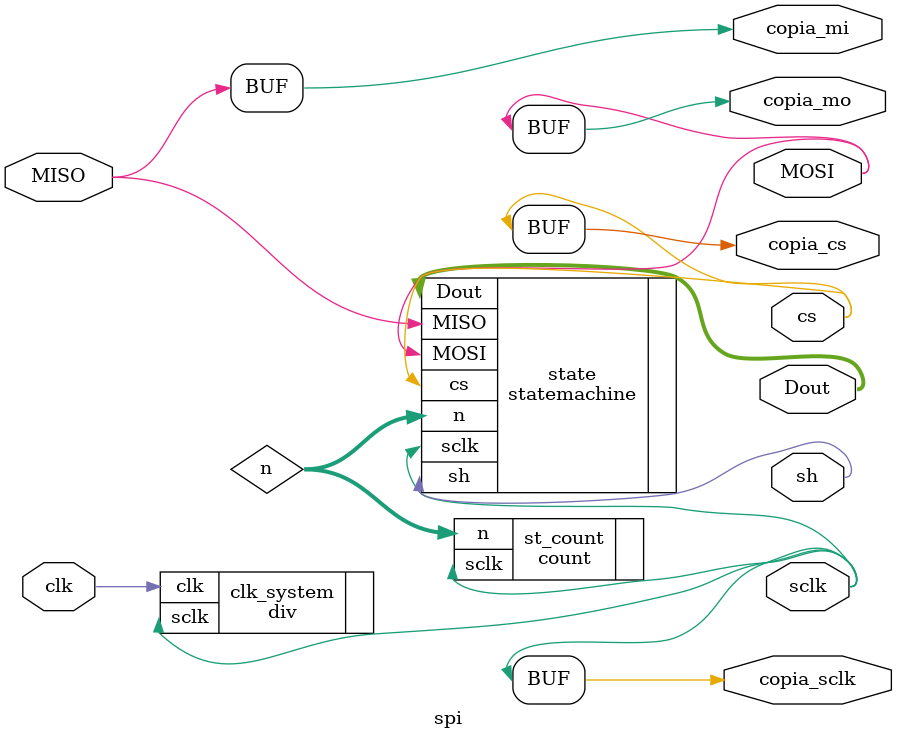
<source format=v>
`timescale 1ns / 1ps
 
module spi(MISO, MOSI, Dout, cs, clk, sclk, copia_mo, copia_mi, copia_sclk, copia_cs, sh);

input MISO;
input clk;

output sh;
output sclk;
output wire MOSI;
output wire cs;
output wire [7:0] Dout;

wire [5:0] n;

output wire copia_mi;
output wire copia_mo;
output wire copia_sclk;
output wire copia_cs;

assign copia_mi=MISO;
assign copia_mo=MOSI;
assign copia_sclk=sclk;
assign copia_cs=cs;

div clk_system(.clk(clk), .sclk(sclk));
count st_count(.sclk(sclk), .n(n));
statemachine state(.sh(sh), .MISO(MISO), .MOSI(MOSI), .Dout(Dout), .sclk(sclk), .cs(cs), .n(n));


endmodule

</source>
